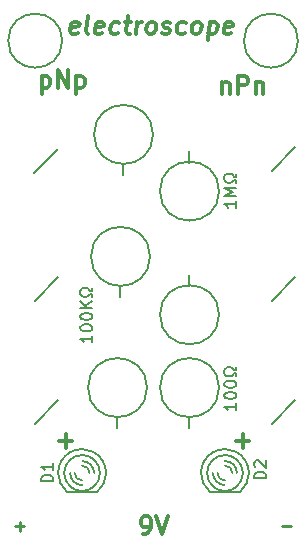
<source format=gbr>
G04 #@! TF.GenerationSoftware,KiCad,Pcbnew,5.0.2-5.fc29*
G04 #@! TF.CreationDate,2019-03-13T23:33:12-07:00*
G04 #@! TF.ProjectId,electroscope_pth,656c6563-7472-46f7-9363-6f70655f7074,rev?*
G04 #@! TF.SameCoordinates,Original*
G04 #@! TF.FileFunction,Legend,Top*
G04 #@! TF.FilePolarity,Positive*
%FSLAX46Y46*%
G04 Gerber Fmt 4.6, Leading zero omitted, Abs format (unit mm)*
G04 Created by KiCad (PCBNEW 5.0.2-5.fc29) date Wed 13 Mar 2019 11:33:12 PM PDT*
%MOMM*%
%LPD*%
G01*
G04 APERTURE LIST*
%ADD10C,0.300000*%
%ADD11C,0.150000*%
%ADD12C,0.250000*%
G04 APERTURE END LIST*
D10*
X133338571Y-70203142D02*
X133186785Y-70274571D01*
X132901071Y-70274571D01*
X132767142Y-70203142D01*
X132713571Y-70060285D01*
X132785000Y-69488857D01*
X132874285Y-69346000D01*
X133026071Y-69274571D01*
X133311785Y-69274571D01*
X133445714Y-69346000D01*
X133499285Y-69488857D01*
X133481428Y-69631714D01*
X132749285Y-69774571D01*
X134258214Y-70274571D02*
X134124285Y-70203142D01*
X134070714Y-70060285D01*
X134231428Y-68774571D01*
X135410000Y-70203142D02*
X135258214Y-70274571D01*
X134972500Y-70274571D01*
X134838571Y-70203142D01*
X134785000Y-70060285D01*
X134856428Y-69488857D01*
X134945714Y-69346000D01*
X135097500Y-69274571D01*
X135383214Y-69274571D01*
X135517142Y-69346000D01*
X135570714Y-69488857D01*
X135552857Y-69631714D01*
X134820714Y-69774571D01*
X136767142Y-70203142D02*
X136615357Y-70274571D01*
X136329642Y-70274571D01*
X136195714Y-70203142D01*
X136133214Y-70131714D01*
X136079642Y-69988857D01*
X136133214Y-69560285D01*
X136222500Y-69417428D01*
X136302857Y-69346000D01*
X136454642Y-69274571D01*
X136740357Y-69274571D01*
X136874285Y-69346000D01*
X137311785Y-69274571D02*
X137883214Y-69274571D01*
X137588571Y-68774571D02*
X137427857Y-70060285D01*
X137481428Y-70203142D01*
X137615357Y-70274571D01*
X137758214Y-70274571D01*
X138258214Y-70274571D02*
X138383214Y-69274571D01*
X138347500Y-69560285D02*
X138436785Y-69417428D01*
X138517142Y-69346000D01*
X138668928Y-69274571D01*
X138811785Y-69274571D01*
X139401071Y-70274571D02*
X139267142Y-70203142D01*
X139204642Y-70131714D01*
X139151071Y-69988857D01*
X139204642Y-69560285D01*
X139293928Y-69417428D01*
X139374285Y-69346000D01*
X139526071Y-69274571D01*
X139740357Y-69274571D01*
X139874285Y-69346000D01*
X139936785Y-69417428D01*
X139990357Y-69560285D01*
X139936785Y-69988857D01*
X139847500Y-70131714D01*
X139767142Y-70203142D01*
X139615357Y-70274571D01*
X139401071Y-70274571D01*
X140481428Y-70203142D02*
X140615357Y-70274571D01*
X140901071Y-70274571D01*
X141052857Y-70203142D01*
X141142142Y-70060285D01*
X141151071Y-69988857D01*
X141097500Y-69846000D01*
X140963571Y-69774571D01*
X140749285Y-69774571D01*
X140615357Y-69703142D01*
X140561785Y-69560285D01*
X140570714Y-69488857D01*
X140660000Y-69346000D01*
X140811785Y-69274571D01*
X141026071Y-69274571D01*
X141160000Y-69346000D01*
X142410000Y-70203142D02*
X142258214Y-70274571D01*
X141972500Y-70274571D01*
X141838571Y-70203142D01*
X141776071Y-70131714D01*
X141722500Y-69988857D01*
X141776071Y-69560285D01*
X141865357Y-69417428D01*
X141945714Y-69346000D01*
X142097500Y-69274571D01*
X142383214Y-69274571D01*
X142517142Y-69346000D01*
X143258214Y-70274571D02*
X143124285Y-70203142D01*
X143061785Y-70131714D01*
X143008214Y-69988857D01*
X143061785Y-69560285D01*
X143151071Y-69417428D01*
X143231428Y-69346000D01*
X143383214Y-69274571D01*
X143597500Y-69274571D01*
X143731428Y-69346000D01*
X143793928Y-69417428D01*
X143847500Y-69560285D01*
X143793928Y-69988857D01*
X143704642Y-70131714D01*
X143624285Y-70203142D01*
X143472500Y-70274571D01*
X143258214Y-70274571D01*
X144526071Y-69274571D02*
X144338571Y-70774571D01*
X144517142Y-69346000D02*
X144668928Y-69274571D01*
X144954642Y-69274571D01*
X145088571Y-69346000D01*
X145151071Y-69417428D01*
X145204642Y-69560285D01*
X145151071Y-69988857D01*
X145061785Y-70131714D01*
X144981428Y-70203142D01*
X144829642Y-70274571D01*
X144543928Y-70274571D01*
X144410000Y-70203142D01*
X146338571Y-70203142D02*
X146186785Y-70274571D01*
X145901071Y-70274571D01*
X145767142Y-70203142D01*
X145713571Y-70060285D01*
X145785000Y-69488857D01*
X145874285Y-69346000D01*
X146026071Y-69274571D01*
X146311785Y-69274571D01*
X146445714Y-69346000D01*
X146499285Y-69488857D01*
X146481428Y-69631714D01*
X145749285Y-69774571D01*
X146748571Y-104755142D02*
X147891428Y-104755142D01*
X147320000Y-105326571D02*
X147320000Y-104183714D01*
X131762571Y-104755142D02*
X132905428Y-104755142D01*
X132334000Y-105326571D02*
X132334000Y-104183714D01*
X145570000Y-74354571D02*
X145570000Y-75354571D01*
X145570000Y-74497428D02*
X145641428Y-74426000D01*
X145784285Y-74354571D01*
X145998571Y-74354571D01*
X146141428Y-74426000D01*
X146212857Y-74568857D01*
X146212857Y-75354571D01*
X146927142Y-75354571D02*
X146927142Y-73854571D01*
X147498571Y-73854571D01*
X147641428Y-73926000D01*
X147712857Y-73997428D01*
X147784285Y-74140285D01*
X147784285Y-74354571D01*
X147712857Y-74497428D01*
X147641428Y-74568857D01*
X147498571Y-74640285D01*
X146927142Y-74640285D01*
X148427142Y-74354571D02*
X148427142Y-75354571D01*
X148427142Y-74497428D02*
X148498571Y-74426000D01*
X148641428Y-74354571D01*
X148855714Y-74354571D01*
X148998571Y-74426000D01*
X149070000Y-74568857D01*
X149070000Y-75354571D01*
X130294285Y-73846571D02*
X130294285Y-75346571D01*
X130294285Y-73918000D02*
X130437142Y-73846571D01*
X130722857Y-73846571D01*
X130865714Y-73918000D01*
X130937142Y-73989428D01*
X131008571Y-74132285D01*
X131008571Y-74560857D01*
X130937142Y-74703714D01*
X130865714Y-74775142D01*
X130722857Y-74846571D01*
X130437142Y-74846571D01*
X130294285Y-74775142D01*
X131651428Y-74846571D02*
X131651428Y-73346571D01*
X132508571Y-74846571D01*
X132508571Y-73346571D01*
X133222857Y-73846571D02*
X133222857Y-75346571D01*
X133222857Y-73918000D02*
X133365714Y-73846571D01*
X133651428Y-73846571D01*
X133794285Y-73918000D01*
X133865714Y-73989428D01*
X133937142Y-74132285D01*
X133937142Y-74560857D01*
X133865714Y-74703714D01*
X133794285Y-74775142D01*
X133651428Y-74846571D01*
X133365714Y-74846571D01*
X133222857Y-74775142D01*
D11*
G04 #@! TO.C,Q5*
X131682500Y-80076040D02*
X129682500Y-82076040D01*
G04 #@! TO.C,Q2*
X151781000Y-79883000D02*
X149781000Y-81883000D01*
G04 #@! TO.C,Q1*
X131695200Y-101282500D02*
X129695200Y-103282500D01*
G04 #@! TO.C,Q4*
X151781000Y-90868500D02*
X149781000Y-92868500D01*
G04 #@! TO.C,Q6*
X151781000Y-101282500D02*
X149781000Y-103282500D01*
G04 #@! TO.C,Q3*
X131695200Y-90868500D02*
X129695200Y-92868500D01*
G04 #@! TO.C,R3*
X136969000Y-91531440D02*
X136969000Y-92532200D01*
X139468360Y-89131140D02*
G75*
G03X139468360Y-89131140I-2499360J0D01*
G01*
G04 #@! TO.C,D1*
X132446000Y-109048800D02*
X134986000Y-109048800D01*
X134691527Y-106303136D02*
G75*
G03X133716000Y-105950000I-975527J-1170864D01*
G01*
X133715531Y-105951889D02*
G75*
G03X132705080Y-106336080I469J-1522111D01*
G01*
X133716034Y-108996147D02*
G75*
G03X134706600Y-108629700I-34J1522147D01*
G01*
X132740473Y-108644864D02*
G75*
G03X133716000Y-108998000I975527J1170864D01*
G01*
X134603155Y-108713166D02*
G75*
G03X135240000Y-107474000I-887155J1239166D01*
G01*
X135240000Y-107473199D02*
G75*
G03X134630400Y-106254800I-1524000J-801D01*
G01*
X132193794Y-107474442D02*
G75*
G03X132781280Y-108675420I1522206J442D01*
G01*
X132779829Y-106271436D02*
G75*
G03X132192000Y-107474000I936171J-1202564D01*
G01*
X134351000Y-107474000D02*
G75*
G03X133716000Y-106839000I-635000J0D01*
G01*
X134732000Y-107474000D02*
G75*
G03X133716000Y-106458000I-1016000J0D01*
G01*
X133081000Y-107474000D02*
G75*
G03X133716000Y-108109000I635000J0D01*
G01*
X132700000Y-107474000D02*
G75*
G03X133716000Y-108490000I1016000J0D01*
G01*
X135019426Y-109032880D02*
G75*
G03X135748000Y-107474000I-1303426J1558880D01*
G01*
X135745460Y-107473025D02*
G75*
G03X134671040Y-105683300I-2029460J-975D01*
G01*
X131686614Y-107476552D02*
G75*
G03X132405360Y-109023400I2029386J2552D01*
G01*
X132706149Y-105710701D02*
G75*
G03X131684000Y-107474000I1009851J-1763299D01*
G01*
X134679347Y-105684870D02*
G75*
G03X133716000Y-105442000I-963347J-1789130D01*
G01*
X133715900Y-105443077D02*
G75*
G03X132651740Y-105744260I100J-2030923D01*
G01*
G04 #@! TO.C,D2*
X144542000Y-109048800D02*
X147082000Y-109048800D01*
X146787527Y-106303136D02*
G75*
G03X145812000Y-105950000I-975527J-1170864D01*
G01*
X145811531Y-105951889D02*
G75*
G03X144801080Y-106336080I469J-1522111D01*
G01*
X145812034Y-108996147D02*
G75*
G03X146802600Y-108629700I-34J1522147D01*
G01*
X144836473Y-108644864D02*
G75*
G03X145812000Y-108998000I975527J1170864D01*
G01*
X146699155Y-108713166D02*
G75*
G03X147336000Y-107474000I-887155J1239166D01*
G01*
X147336000Y-107473199D02*
G75*
G03X146726400Y-106254800I-1524000J-801D01*
G01*
X144289794Y-107474442D02*
G75*
G03X144877280Y-108675420I1522206J442D01*
G01*
X144875829Y-106271436D02*
G75*
G03X144288000Y-107474000I936171J-1202564D01*
G01*
X146447000Y-107474000D02*
G75*
G03X145812000Y-106839000I-635000J0D01*
G01*
X146828000Y-107474000D02*
G75*
G03X145812000Y-106458000I-1016000J0D01*
G01*
X145177000Y-107474000D02*
G75*
G03X145812000Y-108109000I635000J0D01*
G01*
X144796000Y-107474000D02*
G75*
G03X145812000Y-108490000I1016000J0D01*
G01*
X147115426Y-109032880D02*
G75*
G03X147844000Y-107474000I-1303426J1558880D01*
G01*
X147841460Y-107473025D02*
G75*
G03X146767040Y-105683300I-2029460J-975D01*
G01*
X143782614Y-107476552D02*
G75*
G03X144501360Y-109023400I2029386J2552D01*
G01*
X144802149Y-105710701D02*
G75*
G03X143780000Y-107474000I1009851J-1763299D01*
G01*
X146775347Y-105684870D02*
G75*
G03X145812000Y-105442000I-963347J-1789130D01*
G01*
X145811900Y-105443077D02*
G75*
G03X144747740Y-105744260I100J-2030923D01*
G01*
G04 #@! TO.C,R1*
X136715000Y-102643940D02*
X136715000Y-103644700D01*
X139214360Y-100243640D02*
G75*
G03X139214360Y-100243640I-2499360J0D01*
G01*
G04 #@! TO.C,R2*
X142811000Y-81201260D02*
X142811000Y-80200500D01*
X145310360Y-83601560D02*
G75*
G03X145310360Y-83601560I-2499360J0D01*
G01*
G04 #@! TO.C,R4*
X142811000Y-91666060D02*
X142811000Y-90665300D01*
X145310360Y-94066360D02*
G75*
G03X145310360Y-94066360I-2499360J0D01*
G01*
G04 #@! TO.C,R5*
X137223000Y-81206340D02*
X137223000Y-82207100D01*
X139722360Y-78806040D02*
G75*
G03X139722360Y-78806040I-2499360J0D01*
G01*
G04 #@! TO.C,R6*
X142811000Y-102643940D02*
X142811000Y-103644700D01*
X145310360Y-100243640D02*
G75*
G03X145310360Y-100243640I-2499360J0D01*
G01*
G04 #@! TO.C,U1*
X151991000Y-70866000D02*
G75*
G03X151991000Y-70866000I-2286000J0D01*
G01*
G04 #@! TO.C,U2*
X132032000Y-70866000D02*
G75*
G03X132032000Y-70866000I-2286000J0D01*
G01*
G04 #@! TO.C,R3*
X134564380Y-95845095D02*
X134564380Y-96416523D01*
X134564380Y-96130809D02*
X133564380Y-96130809D01*
X133707238Y-96226047D01*
X133802476Y-96321285D01*
X133850095Y-96416523D01*
X133564380Y-95226047D02*
X133564380Y-95130809D01*
X133612000Y-95035571D01*
X133659619Y-94987952D01*
X133754857Y-94940333D01*
X133945333Y-94892714D01*
X134183428Y-94892714D01*
X134373904Y-94940333D01*
X134469142Y-94987952D01*
X134516761Y-95035571D01*
X134564380Y-95130809D01*
X134564380Y-95226047D01*
X134516761Y-95321285D01*
X134469142Y-95368904D01*
X134373904Y-95416523D01*
X134183428Y-95464142D01*
X133945333Y-95464142D01*
X133754857Y-95416523D01*
X133659619Y-95368904D01*
X133612000Y-95321285D01*
X133564380Y-95226047D01*
X133564380Y-94273666D02*
X133564380Y-94178428D01*
X133612000Y-94083190D01*
X133659619Y-94035571D01*
X133754857Y-93987952D01*
X133945333Y-93940333D01*
X134183428Y-93940333D01*
X134373904Y-93987952D01*
X134469142Y-94035571D01*
X134516761Y-94083190D01*
X134564380Y-94178428D01*
X134564380Y-94273666D01*
X134516761Y-94368904D01*
X134469142Y-94416523D01*
X134373904Y-94464142D01*
X134183428Y-94511761D01*
X133945333Y-94511761D01*
X133754857Y-94464142D01*
X133659619Y-94416523D01*
X133612000Y-94368904D01*
X133564380Y-94273666D01*
X134564380Y-93511761D02*
X133564380Y-93511761D01*
X134564380Y-92940333D02*
X133992952Y-93368904D01*
X133564380Y-92940333D02*
X134135809Y-93511761D01*
X134564380Y-92559380D02*
X134564380Y-92321285D01*
X134373904Y-92321285D01*
X134326285Y-92416523D01*
X134231047Y-92511761D01*
X134088190Y-92559380D01*
X133850095Y-92559380D01*
X133707238Y-92511761D01*
X133612000Y-92416523D01*
X133564380Y-92273666D01*
X133564380Y-92083190D01*
X133612000Y-91940333D01*
X133707238Y-91845095D01*
X133850095Y-91797476D01*
X134088190Y-91797476D01*
X134231047Y-91845095D01*
X134326285Y-91940333D01*
X134373904Y-92035571D01*
X134564380Y-92035571D01*
X134564380Y-91797476D01*
G04 #@! TO.C,D1*
X131262380Y-108180095D02*
X130262380Y-108180095D01*
X130262380Y-107942000D01*
X130310000Y-107799142D01*
X130405238Y-107703904D01*
X130500476Y-107656285D01*
X130690952Y-107608666D01*
X130833809Y-107608666D01*
X131024285Y-107656285D01*
X131119523Y-107703904D01*
X131214761Y-107799142D01*
X131262380Y-107942000D01*
X131262380Y-108180095D01*
X131262380Y-106656285D02*
X131262380Y-107227714D01*
X131262380Y-106942000D02*
X130262380Y-106942000D01*
X130405238Y-107037238D01*
X130500476Y-107132476D01*
X130548095Y-107227714D01*
G04 #@! TO.C,D2*
X149296380Y-107926095D02*
X148296380Y-107926095D01*
X148296380Y-107688000D01*
X148344000Y-107545142D01*
X148439238Y-107449904D01*
X148534476Y-107402285D01*
X148724952Y-107354666D01*
X148867809Y-107354666D01*
X149058285Y-107402285D01*
X149153523Y-107449904D01*
X149248761Y-107545142D01*
X149296380Y-107688000D01*
X149296380Y-107926095D01*
X148391619Y-106973714D02*
X148344000Y-106926095D01*
X148296380Y-106830857D01*
X148296380Y-106592761D01*
X148344000Y-106497523D01*
X148391619Y-106449904D01*
X148486857Y-106402285D01*
X148582095Y-106402285D01*
X148724952Y-106449904D01*
X149296380Y-107021333D01*
X149296380Y-106402285D01*
G04 #@! TO.C,R1*
X146756380Y-101568095D02*
X146756380Y-102139523D01*
X146756380Y-101853809D02*
X145756380Y-101853809D01*
X145899238Y-101949047D01*
X145994476Y-102044285D01*
X146042095Y-102139523D01*
X145756380Y-100949047D02*
X145756380Y-100853809D01*
X145804000Y-100758571D01*
X145851619Y-100710952D01*
X145946857Y-100663333D01*
X146137333Y-100615714D01*
X146375428Y-100615714D01*
X146565904Y-100663333D01*
X146661142Y-100710952D01*
X146708761Y-100758571D01*
X146756380Y-100853809D01*
X146756380Y-100949047D01*
X146708761Y-101044285D01*
X146661142Y-101091904D01*
X146565904Y-101139523D01*
X146375428Y-101187142D01*
X146137333Y-101187142D01*
X145946857Y-101139523D01*
X145851619Y-101091904D01*
X145804000Y-101044285D01*
X145756380Y-100949047D01*
X145756380Y-99996666D02*
X145756380Y-99901428D01*
X145804000Y-99806190D01*
X145851619Y-99758571D01*
X145946857Y-99710952D01*
X146137333Y-99663333D01*
X146375428Y-99663333D01*
X146565904Y-99710952D01*
X146661142Y-99758571D01*
X146708761Y-99806190D01*
X146756380Y-99901428D01*
X146756380Y-99996666D01*
X146708761Y-100091904D01*
X146661142Y-100139523D01*
X146565904Y-100187142D01*
X146375428Y-100234761D01*
X146137333Y-100234761D01*
X145946857Y-100187142D01*
X145851619Y-100139523D01*
X145804000Y-100091904D01*
X145756380Y-99996666D01*
X146756380Y-99282380D02*
X146756380Y-99044285D01*
X146565904Y-99044285D01*
X146518285Y-99139523D01*
X146423047Y-99234761D01*
X146280190Y-99282380D01*
X146042095Y-99282380D01*
X145899238Y-99234761D01*
X145804000Y-99139523D01*
X145756380Y-98996666D01*
X145756380Y-98806190D01*
X145804000Y-98663333D01*
X145899238Y-98568095D01*
X146042095Y-98520476D01*
X146280190Y-98520476D01*
X146423047Y-98568095D01*
X146518285Y-98663333D01*
X146565904Y-98758571D01*
X146756380Y-98758571D01*
X146756380Y-98520476D01*
G04 #@! TO.C,R5*
X146756380Y-84423142D02*
X146756380Y-84994571D01*
X146756380Y-84708857D02*
X145756380Y-84708857D01*
X145899238Y-84804095D01*
X145994476Y-84899333D01*
X146042095Y-84994571D01*
X146756380Y-83994571D02*
X145756380Y-83994571D01*
X146470666Y-83661238D01*
X145756380Y-83327904D01*
X146756380Y-83327904D01*
X146756380Y-82899333D02*
X146756380Y-82661238D01*
X146565904Y-82661238D01*
X146518285Y-82756476D01*
X146423047Y-82851714D01*
X146280190Y-82899333D01*
X146042095Y-82899333D01*
X145899238Y-82851714D01*
X145804000Y-82756476D01*
X145756380Y-82613619D01*
X145756380Y-82423142D01*
X145804000Y-82280285D01*
X145899238Y-82185047D01*
X146042095Y-82137428D01*
X146280190Y-82137428D01*
X146423047Y-82185047D01*
X146518285Y-82280285D01*
X146565904Y-82375523D01*
X146756380Y-82375523D01*
X146756380Y-82137428D01*
G04 #@! TO.C,BT1*
D12*
X128079547Y-111963628D02*
X128841452Y-111963628D01*
X128460500Y-112344580D02*
X128460500Y-111582676D01*
X150685547Y-111963628D02*
X151447452Y-111963628D01*
D10*
X138834928Y-112646971D02*
X139120642Y-112646971D01*
X139263500Y-112575542D01*
X139334928Y-112504114D01*
X139477785Y-112289828D01*
X139549214Y-112004114D01*
X139549214Y-111432685D01*
X139477785Y-111289828D01*
X139406357Y-111218400D01*
X139263500Y-111146971D01*
X138977785Y-111146971D01*
X138834928Y-111218400D01*
X138763500Y-111289828D01*
X138692071Y-111432685D01*
X138692071Y-111789828D01*
X138763500Y-111932685D01*
X138834928Y-112004114D01*
X138977785Y-112075542D01*
X139263500Y-112075542D01*
X139406357Y-112004114D01*
X139477785Y-111932685D01*
X139549214Y-111789828D01*
X139977785Y-111146971D02*
X140477785Y-112646971D01*
X140977785Y-111146971D01*
G04 #@! TD*
M02*

</source>
